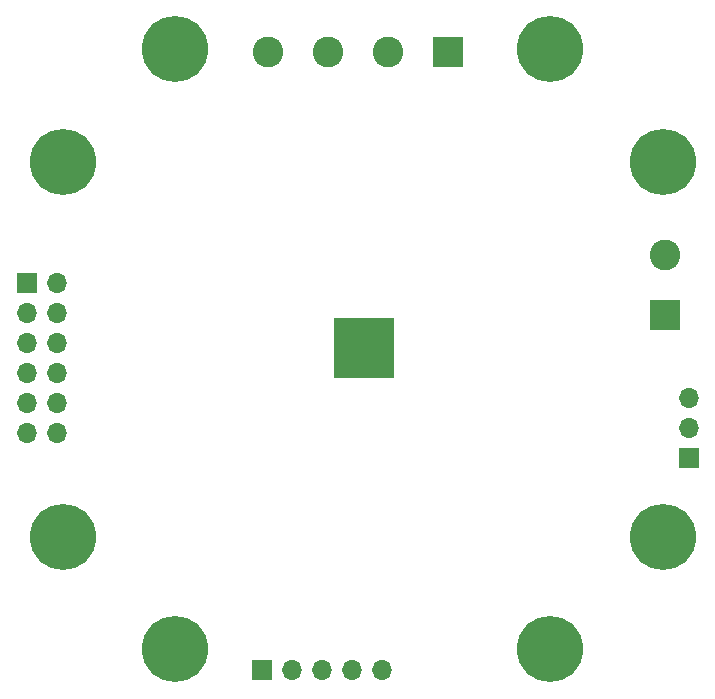
<source format=gbr>
%TF.GenerationSoftware,KiCad,Pcbnew,8.0.1*%
%TF.CreationDate,2024-04-05T15:31:18-07:00*%
%TF.ProjectId,TMC2240Breakout,544d4332-3234-4304-9272-65616b6f7574,rev?*%
%TF.SameCoordinates,Original*%
%TF.FileFunction,Soldermask,Bot*%
%TF.FilePolarity,Negative*%
%FSLAX46Y46*%
G04 Gerber Fmt 4.6, Leading zero omitted, Abs format (unit mm)*
G04 Created by KiCad (PCBNEW 8.0.1) date 2024-04-05 15:31:18*
%MOMM*%
%LPD*%
G01*
G04 APERTURE LIST*
%ADD10R,1.700000X1.700000*%
%ADD11O,1.700000X1.700000*%
%ADD12C,5.600000*%
%ADD13R,2.600000X2.600000*%
%ADD14C,2.600000*%
G04 APERTURE END LIST*
D10*
%TO.C,J13*%
X97000000Y-130300000D03*
D11*
X99540000Y-130300000D03*
X97000000Y-132840000D03*
X99540000Y-132840000D03*
X97000000Y-135380000D03*
X99540000Y-135380000D03*
X97000000Y-137920000D03*
X99540000Y-137920000D03*
X97000000Y-140460000D03*
X99540000Y-140460000D03*
X97000000Y-143000000D03*
X99540000Y-143000000D03*
%TD*%
D12*
%TO.C,J10*%
X141275000Y-161275000D03*
%TD*%
%TO.C,J5*%
X100000000Y-120000000D03*
%TD*%
%TO.C,J12*%
X141275000Y-110475000D03*
%TD*%
%TO.C,J6*%
X100000000Y-151750000D03*
%TD*%
D13*
%TO.C,J4*%
X132620000Y-110695000D03*
D14*
X127540000Y-110695000D03*
X122460000Y-110695000D03*
X117380000Y-110695000D03*
%TD*%
D12*
%TO.C,J8*%
X150800000Y-151750000D03*
%TD*%
%TO.C,J9*%
X109525000Y-161275000D03*
%TD*%
%TO.C,J7*%
X150800000Y-120000000D03*
%TD*%
D13*
%TO.C,J3*%
X151000000Y-133000000D03*
D14*
X151000000Y-127920000D03*
%TD*%
D10*
%TO.C,J1*%
X153000000Y-145080000D03*
D11*
X153000000Y-142540000D03*
X153000000Y-140000000D03*
%TD*%
D12*
%TO.C,J11*%
X109525000Y-110475000D03*
%TD*%
D10*
%TO.C,J2*%
X116920000Y-163000000D03*
D11*
X119460000Y-163000000D03*
X122000000Y-163000000D03*
X124540000Y-163000000D03*
X127080000Y-163000000D03*
%TD*%
G36*
X128043039Y-133219685D02*
G01*
X128088794Y-133272489D01*
X128100000Y-133324000D01*
X128100000Y-138176000D01*
X128080315Y-138243039D01*
X128027511Y-138288794D01*
X127976000Y-138300000D01*
X123124000Y-138300000D01*
X123056961Y-138280315D01*
X123011206Y-138227511D01*
X123000000Y-138176000D01*
X123000000Y-133324000D01*
X123019685Y-133256961D01*
X123072489Y-133211206D01*
X123124000Y-133200000D01*
X127976000Y-133200000D01*
X128043039Y-133219685D01*
G37*
M02*

</source>
